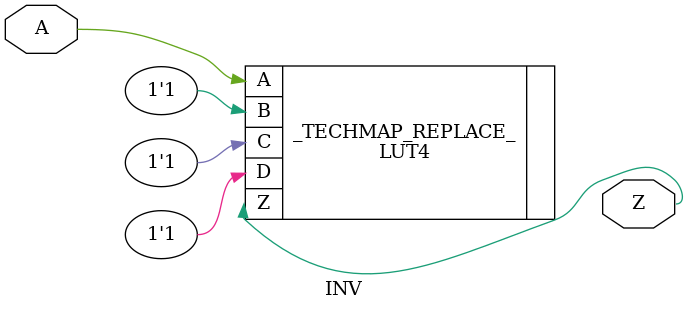
<source format=v>
module INV(input A, output Z);
	LUT4 #(.INIT("0x5555")) _TECHMAP_REPLACE_ (.A(A), .B(1'b1), .C(1'b1), .D(1'b1), .Z(Z));
endmodule

</source>
